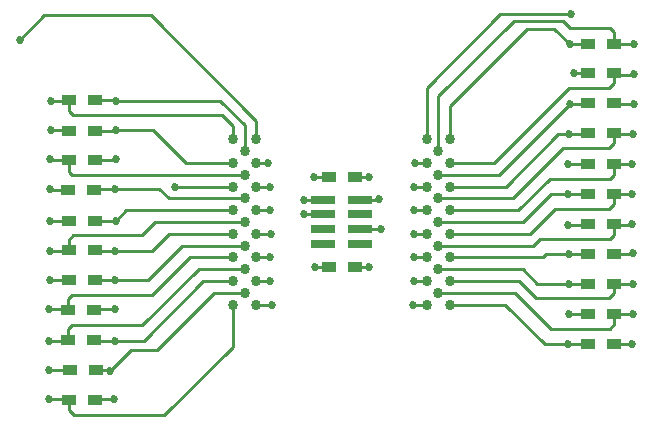
<source format=gbl>
G04 #@! TF.FileFunction,Copper,L2,Bot,Signal*
%FSLAX46Y46*%
G04 Gerber Fmt 4.6, Leading zero omitted, Abs format (unit mm)*
G04 Created by KiCad (PCBNEW 4.0.2-stable) date 1/24/2017 5:25:06 AM*
%MOMM*%
G01*
G04 APERTURE LIST*
%ADD10C,0.100000*%
%ADD11R,2.000000X0.700000*%
%ADD12R,1.200000X0.900000*%
%ADD13C,0.860000*%
%ADD14C,0.685800*%
%ADD15C,0.254000*%
%ADD16C,0.250000*%
G04 APERTURE END LIST*
D10*
D11*
X1600000Y-1850000D03*
X-1600000Y-1850000D03*
X-1600000Y-600000D03*
X-1600000Y650000D03*
X-1600000Y1900000D03*
X1600000Y1900000D03*
X1600000Y650000D03*
X1600000Y-600000D03*
D12*
X-23091320Y-4912360D03*
X-20891320Y-4912360D03*
D13*
X7200000Y7000000D03*
X-7200000Y7000000D03*
X-9200000Y7000000D03*
X-8200000Y6000000D03*
X-7200000Y5000000D03*
X-9200000Y5000000D03*
X-8200000Y4000000D03*
X-7200000Y3000000D03*
X-9200000Y3000000D03*
X-8200000Y2000000D03*
X-7200000Y1000000D03*
X-9200000Y1000000D03*
X-8200000Y0D03*
X-9200000Y-1000000D03*
X-7200000Y-1000000D03*
X-8200000Y-2000000D03*
X-9200000Y-3000000D03*
X-7200000Y-3000000D03*
X-8200000Y-4000000D03*
X-9200000Y-5000000D03*
X-7200000Y-5000000D03*
X-8200000Y-6000000D03*
X-9200000Y-7000000D03*
X-7200000Y-7000000D03*
X9200000Y7000000D03*
X8200000Y6000000D03*
X7200000Y5000000D03*
X9200000Y5000000D03*
X8200000Y4000000D03*
X7200000Y3000000D03*
X9200000Y3000000D03*
X8200000Y2000000D03*
X7200000Y1000000D03*
X9200000Y1000000D03*
X8200000Y0D03*
X9200000Y-1000000D03*
X7200000Y-1000000D03*
X8200000Y-2000000D03*
X9200000Y-3000000D03*
X7200000Y-3000000D03*
X8200000Y-4000000D03*
X9200000Y-5000000D03*
X7200000Y-5000000D03*
X8200000Y-6000000D03*
X9200000Y-7000000D03*
X7200000Y-7000000D03*
D12*
X-23045600Y10287000D03*
X-20845600Y10287000D03*
X-23045600Y7721600D03*
X-20845600Y7721600D03*
X-23071000Y5257800D03*
X-20871000Y5257800D03*
X-23134500Y2679700D03*
X-20934500Y2679700D03*
X-23106560Y121920D03*
X-20906560Y121920D03*
X-23106560Y-2397760D03*
X-20906560Y-2397760D03*
X-23121800Y-7472680D03*
X-20921800Y-7472680D03*
X-23137040Y-10012680D03*
X-20937040Y-10012680D03*
X-22984640Y-12573000D03*
X-20784640Y-12573000D03*
X-23076080Y-15087600D03*
X-20876080Y-15087600D03*
X20900000Y15100000D03*
X23100000Y15100000D03*
X20875000Y12575000D03*
X23075000Y12575000D03*
X20875000Y10050000D03*
X23075000Y10050000D03*
X20875000Y7500000D03*
X23075000Y7500000D03*
X20850000Y4900000D03*
X23050000Y4900000D03*
X20850000Y2375000D03*
X23050000Y2375000D03*
X20875000Y-175000D03*
X23075000Y-175000D03*
X20875000Y-2725000D03*
X23075000Y-2725000D03*
X20875000Y-5225000D03*
X23075000Y-5225000D03*
X20875000Y-7750000D03*
X23075000Y-7750000D03*
X20875000Y-10350000D03*
X23075000Y-10350000D03*
X1100000Y3810000D03*
X-1100000Y3810000D03*
X-1100000Y-3810000D03*
X1100000Y-3810000D03*
D14*
X-27254200Y15407640D03*
X19450000Y17625000D03*
X-24612600Y10261600D03*
X-19075400Y10261600D03*
X-24638000Y7747000D03*
X-6223000Y5003800D03*
X-19100800Y7747000D03*
X-2209800Y-3810000D03*
X2325000Y-3800000D03*
X3350000Y-600000D03*
X-2362200Y3810000D03*
X2286000Y3810000D03*
X-24658320Y5293360D03*
X-19121120Y5293360D03*
X-6070600Y2997200D03*
X-14061440Y3002280D03*
X-24683720Y2778760D03*
X-19146520Y2778760D03*
X-24668480Y86360D03*
X-6070600Y1016000D03*
X-19131280Y86360D03*
X-24693880Y-2428240D03*
X-19156680Y-2428240D03*
X-24714200Y-4881880D03*
X-5994400Y-1016000D03*
X-19177000Y-4881880D03*
X-24739600Y-7396480D03*
X-19202400Y-7396480D03*
X-6045200Y-2997200D03*
X-24754840Y-10048240D03*
X-19217640Y-10048240D03*
X-24775160Y-12501880D03*
X-6045200Y-5003800D03*
X-19588480Y-12578080D03*
X-24800560Y-15016480D03*
X-19263360Y-15016480D03*
X-5918200Y-7010400D03*
X19350000Y15050000D03*
X24775000Y15075000D03*
X6200000Y5000000D03*
X19700000Y12575000D03*
X24750000Y12500000D03*
X19325000Y9950000D03*
X6150000Y3000000D03*
X24750000Y9975000D03*
X19225000Y7450000D03*
X24650000Y7475000D03*
X6150000Y1000000D03*
X19200000Y4875000D03*
X24625000Y4900000D03*
X19200000Y2350000D03*
X24625000Y2375000D03*
X6150000Y-1000000D03*
X19175000Y-225000D03*
X24600000Y-200000D03*
X19250000Y-2675000D03*
X6125000Y-3000000D03*
X24675000Y-2650000D03*
X19225000Y-5250000D03*
X24650000Y-5225000D03*
X6125000Y-5000000D03*
X19225000Y-7775000D03*
X24650000Y-7750000D03*
X19200000Y-10350000D03*
X6050000Y-7000000D03*
X24625000Y-10325000D03*
X-3149600Y660400D03*
X-3175000Y1879600D03*
X3149600Y1905000D03*
D15*
X-7200000Y7000000D02*
X-7200000Y8591920D01*
X-27254200Y15412720D02*
X-27254200Y15407640D01*
X-25181560Y17485360D02*
X-27254200Y15412720D01*
X-16093440Y17485360D02*
X-25181560Y17485360D01*
X-7200000Y8591920D02*
X-16093440Y17485360D01*
X7200000Y7000000D02*
X7200000Y11375000D01*
X13450000Y17625000D02*
X19450000Y17625000D01*
X7200000Y11375000D02*
X13450000Y17625000D01*
X-23045600Y10287000D02*
X-23045600Y9400720D01*
X-10144760Y9052560D02*
X-10144760Y9057640D01*
X-10154920Y9062720D02*
X-10144760Y9052560D01*
X-22707600Y9062720D02*
X-10154920Y9062720D01*
X-23045600Y9400720D02*
X-22707600Y9062720D01*
X-24612600Y10261600D02*
X-23071000Y10261600D01*
X-23071000Y10261600D02*
X-23045600Y10287000D01*
X-9200000Y7000000D02*
X-9200000Y8112880D01*
X-9200000Y8112880D02*
X-10144760Y9057640D01*
X-20845600Y10287000D02*
X-19100800Y10287000D01*
X-19100800Y10287000D02*
X-19075400Y10261600D01*
X-8200000Y6000000D02*
X-8200000Y8174600D01*
X-10287000Y10261600D02*
X-19075400Y10261600D01*
X-8200000Y8174600D02*
X-10287000Y10261600D01*
X-24638000Y7747000D02*
X-23071000Y7747000D01*
X-23071000Y7747000D02*
X-23045600Y7721600D01*
D16*
X-6226800Y5000000D02*
X-7200000Y5000000D01*
X-6226800Y5000000D02*
X-6223000Y5003800D01*
D15*
X-9200000Y5000000D02*
X-13173720Y5000000D01*
X-15920720Y7747000D02*
X-19100800Y7747000D01*
X-13173720Y5000000D02*
X-15920720Y7747000D01*
X-20845600Y7721600D02*
X-19126200Y7721600D01*
X-19126200Y7721600D02*
X-19100800Y7747000D01*
X-2209800Y-3810000D02*
X-1100000Y-3810000D01*
X1100000Y-3810000D02*
X2315000Y-3810000D01*
X2315000Y-3810000D02*
X2325000Y-3800000D01*
X1600000Y-600000D02*
X3350000Y-600000D01*
X-1100000Y3810000D02*
X-2362200Y3810000D01*
X1100000Y3810000D02*
X2286000Y3810000D01*
X-8200000Y4000000D02*
X-22821400Y4000000D01*
X-23071000Y4249600D02*
X-23071000Y5257800D01*
X-22821400Y4000000D02*
X-23071000Y4249600D01*
X-23071000Y5257800D02*
X-24622760Y5257800D01*
X-24622760Y5257800D02*
X-24658320Y5293360D01*
X-20871000Y5257800D02*
X-19156680Y5257800D01*
X-19156680Y5257800D02*
X-19121120Y5293360D01*
D16*
X-6073400Y3000000D02*
X-6070600Y2997200D01*
X-6073400Y3000000D02*
X-7200000Y3000000D01*
D15*
X-9200000Y3000000D02*
X-14059160Y3000000D01*
X-14059160Y3000000D02*
X-14061440Y3002280D01*
X-23134500Y2679700D02*
X-24584660Y2679700D01*
X-24584660Y2679700D02*
X-24683720Y2778760D01*
X-19146520Y2778760D02*
X-20835440Y2778760D01*
X-20835440Y2778760D02*
X-20934500Y2679700D01*
X-8200000Y2000000D02*
X-14644120Y2000000D01*
X-15422880Y2778760D02*
X-19146520Y2778760D01*
X-14644120Y2000000D02*
X-15422880Y2778760D01*
X-19245580Y2679700D02*
X-19146520Y2778760D01*
X-24668480Y86360D02*
X-23142120Y86360D01*
X-23142120Y86360D02*
X-23106560Y121920D01*
D16*
X-7200000Y1000000D02*
X-6086600Y1000000D01*
X-6086600Y1000000D02*
X-6070600Y1016000D01*
D15*
X-9200000Y1000000D02*
X-18217640Y1000000D01*
X-18217640Y1000000D02*
X-19131280Y86360D01*
X-20871000Y86360D02*
X-19131280Y86360D01*
X-20871000Y86360D02*
X-20906560Y121920D01*
X-8200000Y0D02*
X-15778480Y0D01*
X-23106560Y-1506400D02*
X-23106560Y-2397760D01*
X-22727920Y-1127760D02*
X-23106560Y-1506400D01*
X-16906240Y-1127760D02*
X-22727920Y-1127760D01*
X-15778480Y0D02*
X-16906240Y-1127760D01*
X-23137040Y-2428240D02*
X-24693880Y-2428240D01*
X-23137040Y-2428240D02*
X-23106560Y-2397760D01*
X-9200000Y-1000000D02*
X-14589000Y-1000000D01*
X-16017240Y-2428240D02*
X-19156680Y-2428240D01*
X-14589000Y-1000000D02*
X-16017240Y-2428240D01*
X-20876080Y-2428240D02*
X-19156680Y-2428240D01*
X-20876080Y-2428240D02*
X-20906560Y-2397760D01*
X-24714200Y-4881880D02*
X-23121800Y-4881880D01*
X-23121800Y-4881880D02*
X-23091320Y-4912360D01*
D16*
X-7200000Y-1000000D02*
X-6010400Y-1000000D01*
X-6010400Y-1000000D02*
X-5994400Y-1016000D01*
D15*
X-8200000Y-2000000D02*
X-13531600Y-2000000D01*
X-16413480Y-4881880D02*
X-19177000Y-4881880D01*
X-13531600Y-2000000D02*
X-16413480Y-4881880D01*
X-20860840Y-4881880D02*
X-19177000Y-4881880D01*
X-20860840Y-4881880D02*
X-20891320Y-4912360D01*
X-9200000Y-3000000D02*
X-12824720Y-3000000D01*
X-23121800Y-6525440D02*
X-23121800Y-7472680D01*
X-22778720Y-6182360D02*
X-23121800Y-6525440D01*
X-16007080Y-6182360D02*
X-22778720Y-6182360D01*
X-12824720Y-3000000D02*
X-16007080Y-6182360D01*
X-23198000Y-7396480D02*
X-24739600Y-7396480D01*
X-23198000Y-7396480D02*
X-23121800Y-7472680D01*
X-19202400Y-7396480D02*
X-20845600Y-7396480D01*
X-20845600Y-7396480D02*
X-20921800Y-7472680D01*
D16*
X-6048000Y-3000000D02*
X-6045200Y-2997200D01*
X-7200000Y-3000000D02*
X-6048000Y-3000000D01*
D15*
X-8200000Y-4000000D02*
X-12107680Y-4000000D01*
X-23137040Y-9095920D02*
X-23137040Y-10012680D01*
X-22788880Y-8747760D02*
X-23137040Y-9095920D01*
X-16855440Y-8747760D02*
X-22788880Y-8747760D01*
X-12107680Y-4000000D02*
X-16855440Y-8747760D01*
X-23172600Y-10048240D02*
X-24754840Y-10048240D01*
X-23172600Y-10048240D02*
X-23137040Y-10012680D01*
X-9200000Y-5000000D02*
X-11695440Y-5000000D01*
X-19217640Y-10048240D02*
X-19217640Y-10048240D01*
X-16743680Y-10048240D02*
X-19217640Y-10048240D01*
X-11695440Y-5000000D02*
X-16743680Y-10048240D01*
X-20901480Y-10048240D02*
X-19217640Y-10048240D01*
X-20901480Y-10048240D02*
X-20937040Y-10012680D01*
X-24775160Y-12501880D02*
X-23055760Y-12501880D01*
X-23055760Y-12501880D02*
X-22984640Y-12573000D01*
D16*
X-7200000Y-5000000D02*
X-6049000Y-5000000D01*
X-6049000Y-5000000D02*
X-6045200Y-5003800D01*
D15*
X-8200000Y-6000000D02*
X-10795520Y-6000000D01*
X-17830800Y-10820400D02*
X-19588480Y-12578080D01*
X-15615920Y-10820400D02*
X-17830800Y-10820400D01*
X-10795520Y-6000000D02*
X-15615920Y-10820400D01*
X-20784640Y-12573000D02*
X-19593560Y-12573000D01*
X-19593560Y-12573000D02*
X-19588480Y-12578080D01*
X-20713520Y-12501880D02*
X-20784640Y-12573000D01*
X-9200000Y-7000000D02*
X-9200000Y-10546200D01*
X-23076080Y-15933240D02*
X-23076080Y-15087600D01*
X-22641560Y-16367760D02*
X-23076080Y-15933240D01*
X-15021560Y-16367760D02*
X-22641560Y-16367760D01*
X-9200000Y-10546200D02*
X-15021560Y-16367760D01*
X-23147200Y-15016480D02*
X-24800560Y-15016480D01*
X-23147200Y-15016480D02*
X-23076080Y-15087600D01*
X-19263360Y-15016480D02*
X-20804960Y-15016480D01*
X-20804960Y-15016480D02*
X-20876080Y-15087600D01*
D16*
X-5928600Y-7000000D02*
X-5918200Y-7010400D01*
X-7200000Y-7000000D02*
X-5928600Y-7000000D01*
D15*
X9200000Y7000000D02*
X9200000Y9850000D01*
X18025000Y16375000D02*
X19350000Y15050000D01*
X15725000Y16375000D02*
X18025000Y16375000D01*
X9200000Y9850000D02*
X15725000Y16375000D01*
X19350000Y15050000D02*
X21025000Y15050000D01*
X8200000Y6000000D02*
X8200000Y10650000D01*
X23100000Y16050000D02*
X23100000Y15100000D01*
X22725000Y16425000D02*
X23100000Y16050000D01*
X19350000Y16425000D02*
X22725000Y16425000D01*
X18725000Y17050000D02*
X19350000Y16425000D01*
X14600000Y17050000D02*
X18725000Y17050000D01*
X8200000Y10650000D02*
X14600000Y17050000D01*
X23225000Y15050000D02*
X24750000Y15050000D01*
X24750000Y15050000D02*
X24775000Y15075000D01*
X7200000Y5000000D02*
X6200000Y5000000D01*
X20875000Y12575000D02*
X19700000Y12575000D01*
X9200000Y5000000D02*
X12925000Y5000000D01*
X23075000Y11750000D02*
X23075000Y12575000D01*
X22675000Y11350000D02*
X23075000Y11750000D01*
X19275000Y11350000D02*
X22675000Y11350000D01*
X12925000Y5000000D02*
X19275000Y11350000D01*
X24725000Y12475000D02*
X24750000Y12500000D01*
X23200000Y12475000D02*
X24725000Y12475000D01*
X8200000Y4000000D02*
X13375000Y4000000D01*
X13375000Y4000000D02*
X19325000Y9950000D01*
X19325000Y9950000D02*
X21000000Y9950000D01*
X7200000Y3000000D02*
X6150000Y3000000D01*
X24725000Y9950000D02*
X24750000Y9975000D01*
X23200000Y9950000D02*
X24725000Y9950000D01*
X9200000Y3000000D02*
X13900000Y3000000D01*
X18350000Y7450000D02*
X19225000Y7450000D01*
X13900000Y3000000D02*
X18350000Y7450000D01*
X19225000Y7450000D02*
X20900000Y7450000D01*
X8200000Y2000000D02*
X14500000Y2000000D01*
X23075000Y6675000D02*
X23075000Y7500000D01*
X22625000Y6225000D02*
X23075000Y6675000D01*
X18725000Y6225000D02*
X22625000Y6225000D01*
X14500000Y2000000D02*
X18725000Y6225000D01*
X24625000Y7450000D02*
X24650000Y7475000D01*
X23100000Y7450000D02*
X24625000Y7450000D01*
X7200000Y1000000D02*
X6150000Y1000000D01*
X19200000Y4875000D02*
X20875000Y4875000D01*
X9200000Y1000000D02*
X14950000Y1000000D01*
X23050000Y4000000D02*
X23050000Y4900000D01*
X22725000Y3675000D02*
X23050000Y4000000D01*
X17625000Y3675000D02*
X22725000Y3675000D01*
X14950000Y1000000D02*
X17625000Y3675000D01*
X23075000Y4875000D02*
X24600000Y4875000D01*
X24600000Y4875000D02*
X24625000Y4900000D01*
X8200000Y0D02*
X15400000Y0D01*
X17750000Y2350000D02*
X19200000Y2350000D01*
X15400000Y0D02*
X17750000Y2350000D01*
X19200000Y2350000D02*
X20875000Y2350000D01*
X9200000Y-1000000D02*
X15975000Y-1000000D01*
X23050000Y1525000D02*
X23050000Y2375000D01*
X22625000Y1100000D02*
X23050000Y1525000D01*
X18075000Y1100000D02*
X22625000Y1100000D01*
X15975000Y-1000000D02*
X18075000Y1100000D01*
X23075000Y2350000D02*
X24600000Y2350000D01*
X24600000Y2350000D02*
X24625000Y2375000D01*
X7200000Y-1000000D02*
X6150000Y-1000000D01*
X19175000Y-225000D02*
X20850000Y-225000D01*
X8200000Y-2000000D02*
X16200000Y-2000000D01*
X23075000Y-1100000D02*
X23075000Y-175000D01*
X22750000Y-1425000D02*
X23075000Y-1100000D01*
X16775000Y-1425000D02*
X22750000Y-1425000D01*
X16200000Y-2000000D02*
X16775000Y-1425000D01*
X24575000Y-225000D02*
X24600000Y-200000D01*
X23050000Y-225000D02*
X24575000Y-225000D01*
X9200000Y-3000000D02*
X17025000Y-3000000D01*
X17350000Y-2675000D02*
X19250000Y-2675000D01*
X17025000Y-3000000D02*
X17350000Y-2675000D01*
X19250000Y-2675000D02*
X20925000Y-2675000D01*
X7200000Y-3000000D02*
X6125000Y-3000000D01*
X23125000Y-2675000D02*
X24650000Y-2675000D01*
X24650000Y-2675000D02*
X24675000Y-2650000D01*
X8200000Y-4000000D02*
X15325000Y-4000000D01*
X16575000Y-5250000D02*
X19225000Y-5250000D01*
X15325000Y-4000000D02*
X16575000Y-5250000D01*
X19225000Y-5250000D02*
X20900000Y-5250000D01*
X9200000Y-5000000D02*
X15025000Y-5000000D01*
X23075000Y-6050000D02*
X23075000Y-5225000D01*
X22650000Y-6475000D02*
X23075000Y-6050000D01*
X16500000Y-6475000D02*
X22650000Y-6475000D01*
X15025000Y-5000000D02*
X16500000Y-6475000D01*
X24625000Y-5250000D02*
X24650000Y-5225000D01*
X23100000Y-5250000D02*
X24625000Y-5250000D01*
X7200000Y-5000000D02*
X6125000Y-5000000D01*
X19225000Y-7775000D02*
X20900000Y-7775000D01*
X14675000Y-6000000D02*
X17700000Y-9025000D01*
X8200000Y-6000000D02*
X14675000Y-6000000D01*
X23075000Y-8650000D02*
X23075000Y-7750000D01*
X22700000Y-9025000D02*
X23075000Y-8650000D01*
X17700000Y-9025000D02*
X22700000Y-9025000D01*
X24625000Y-7775000D02*
X24650000Y-7750000D01*
X23100000Y-7775000D02*
X24625000Y-7775000D01*
X9200000Y-7000000D02*
X13850000Y-7000000D01*
X17200000Y-10350000D02*
X19200000Y-10350000D01*
X13850000Y-7000000D02*
X17200000Y-10350000D01*
X19200000Y-10350000D02*
X20875000Y-10350000D01*
X7200000Y-7000000D02*
X6050000Y-7000000D01*
X23075000Y-10350000D02*
X24600000Y-10350000D01*
X24600000Y-10350000D02*
X24625000Y-10325000D01*
X-3139200Y650000D02*
X-3149600Y660400D01*
X-1600000Y650000D02*
X-3139200Y650000D01*
X-3154600Y1900000D02*
X-3175000Y1879600D01*
X-1600000Y1900000D02*
X-3154600Y1900000D01*
X3144600Y1900000D02*
X3149600Y1905000D01*
X1600000Y1900000D02*
X3144600Y1900000D01*
M02*

</source>
